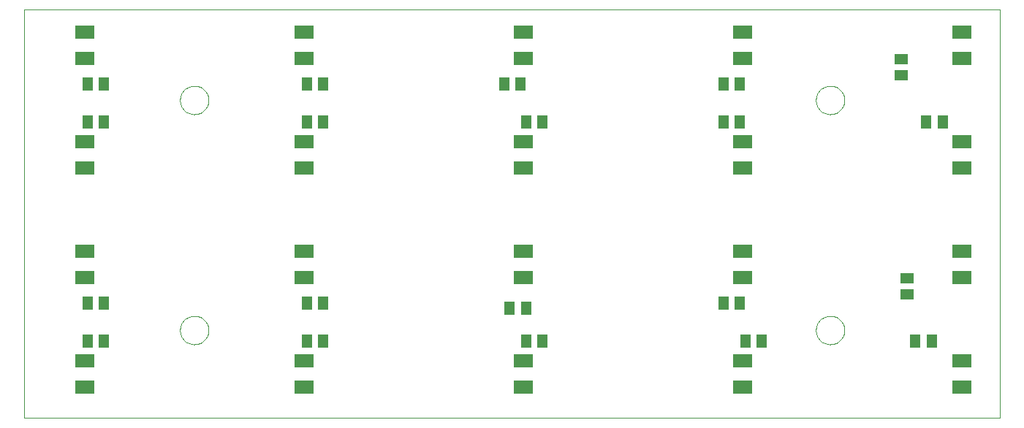
<source format=gbp>
G75*
G70*
%OFA0B0*%
%FSLAX24Y24*%
%IPPOS*%
%LPD*%
%AMOC8*
5,1,8,0,0,1.08239X$1,22.5*
%
%ADD10C,0.0000*%
%ADD11R,0.0512X0.0630*%
%ADD12R,0.0630X0.0512*%
%ADD13R,0.0866X0.0591*%
D10*
X000181Y000181D02*
X000181Y018801D01*
X044674Y018801D01*
X044674Y000181D01*
X000181Y000181D01*
X007281Y004181D02*
X007283Y004231D01*
X007289Y004281D01*
X007299Y004331D01*
X007312Y004379D01*
X007329Y004427D01*
X007350Y004473D01*
X007374Y004517D01*
X007402Y004559D01*
X007433Y004599D01*
X007467Y004636D01*
X007504Y004671D01*
X007543Y004702D01*
X007584Y004731D01*
X007628Y004756D01*
X007674Y004778D01*
X007721Y004796D01*
X007769Y004810D01*
X007818Y004821D01*
X007868Y004828D01*
X007918Y004831D01*
X007969Y004830D01*
X008019Y004825D01*
X008069Y004816D01*
X008117Y004804D01*
X008165Y004787D01*
X008211Y004767D01*
X008256Y004744D01*
X008299Y004717D01*
X008339Y004687D01*
X008377Y004654D01*
X008412Y004618D01*
X008445Y004579D01*
X008474Y004538D01*
X008500Y004495D01*
X008523Y004450D01*
X008542Y004403D01*
X008557Y004355D01*
X008569Y004306D01*
X008577Y004256D01*
X008581Y004206D01*
X008581Y004156D01*
X008577Y004106D01*
X008569Y004056D01*
X008557Y004007D01*
X008542Y003959D01*
X008523Y003912D01*
X008500Y003867D01*
X008474Y003824D01*
X008445Y003783D01*
X008412Y003744D01*
X008377Y003708D01*
X008339Y003675D01*
X008299Y003645D01*
X008256Y003618D01*
X008211Y003595D01*
X008165Y003575D01*
X008117Y003558D01*
X008069Y003546D01*
X008019Y003537D01*
X007969Y003532D01*
X007918Y003531D01*
X007868Y003534D01*
X007818Y003541D01*
X007769Y003552D01*
X007721Y003566D01*
X007674Y003584D01*
X007628Y003606D01*
X007584Y003631D01*
X007543Y003660D01*
X007504Y003691D01*
X007467Y003726D01*
X007433Y003763D01*
X007402Y003803D01*
X007374Y003845D01*
X007350Y003889D01*
X007329Y003935D01*
X007312Y003983D01*
X007299Y004031D01*
X007289Y004081D01*
X007283Y004131D01*
X007281Y004181D01*
X007281Y014681D02*
X007283Y014731D01*
X007289Y014781D01*
X007299Y014831D01*
X007312Y014879D01*
X007329Y014927D01*
X007350Y014973D01*
X007374Y015017D01*
X007402Y015059D01*
X007433Y015099D01*
X007467Y015136D01*
X007504Y015171D01*
X007543Y015202D01*
X007584Y015231D01*
X007628Y015256D01*
X007674Y015278D01*
X007721Y015296D01*
X007769Y015310D01*
X007818Y015321D01*
X007868Y015328D01*
X007918Y015331D01*
X007969Y015330D01*
X008019Y015325D01*
X008069Y015316D01*
X008117Y015304D01*
X008165Y015287D01*
X008211Y015267D01*
X008256Y015244D01*
X008299Y015217D01*
X008339Y015187D01*
X008377Y015154D01*
X008412Y015118D01*
X008445Y015079D01*
X008474Y015038D01*
X008500Y014995D01*
X008523Y014950D01*
X008542Y014903D01*
X008557Y014855D01*
X008569Y014806D01*
X008577Y014756D01*
X008581Y014706D01*
X008581Y014656D01*
X008577Y014606D01*
X008569Y014556D01*
X008557Y014507D01*
X008542Y014459D01*
X008523Y014412D01*
X008500Y014367D01*
X008474Y014324D01*
X008445Y014283D01*
X008412Y014244D01*
X008377Y014208D01*
X008339Y014175D01*
X008299Y014145D01*
X008256Y014118D01*
X008211Y014095D01*
X008165Y014075D01*
X008117Y014058D01*
X008069Y014046D01*
X008019Y014037D01*
X007969Y014032D01*
X007918Y014031D01*
X007868Y014034D01*
X007818Y014041D01*
X007769Y014052D01*
X007721Y014066D01*
X007674Y014084D01*
X007628Y014106D01*
X007584Y014131D01*
X007543Y014160D01*
X007504Y014191D01*
X007467Y014226D01*
X007433Y014263D01*
X007402Y014303D01*
X007374Y014345D01*
X007350Y014389D01*
X007329Y014435D01*
X007312Y014483D01*
X007299Y014531D01*
X007289Y014581D01*
X007283Y014631D01*
X007281Y014681D01*
X036281Y014681D02*
X036283Y014731D01*
X036289Y014781D01*
X036299Y014831D01*
X036312Y014879D01*
X036329Y014927D01*
X036350Y014973D01*
X036374Y015017D01*
X036402Y015059D01*
X036433Y015099D01*
X036467Y015136D01*
X036504Y015171D01*
X036543Y015202D01*
X036584Y015231D01*
X036628Y015256D01*
X036674Y015278D01*
X036721Y015296D01*
X036769Y015310D01*
X036818Y015321D01*
X036868Y015328D01*
X036918Y015331D01*
X036969Y015330D01*
X037019Y015325D01*
X037069Y015316D01*
X037117Y015304D01*
X037165Y015287D01*
X037211Y015267D01*
X037256Y015244D01*
X037299Y015217D01*
X037339Y015187D01*
X037377Y015154D01*
X037412Y015118D01*
X037445Y015079D01*
X037474Y015038D01*
X037500Y014995D01*
X037523Y014950D01*
X037542Y014903D01*
X037557Y014855D01*
X037569Y014806D01*
X037577Y014756D01*
X037581Y014706D01*
X037581Y014656D01*
X037577Y014606D01*
X037569Y014556D01*
X037557Y014507D01*
X037542Y014459D01*
X037523Y014412D01*
X037500Y014367D01*
X037474Y014324D01*
X037445Y014283D01*
X037412Y014244D01*
X037377Y014208D01*
X037339Y014175D01*
X037299Y014145D01*
X037256Y014118D01*
X037211Y014095D01*
X037165Y014075D01*
X037117Y014058D01*
X037069Y014046D01*
X037019Y014037D01*
X036969Y014032D01*
X036918Y014031D01*
X036868Y014034D01*
X036818Y014041D01*
X036769Y014052D01*
X036721Y014066D01*
X036674Y014084D01*
X036628Y014106D01*
X036584Y014131D01*
X036543Y014160D01*
X036504Y014191D01*
X036467Y014226D01*
X036433Y014263D01*
X036402Y014303D01*
X036374Y014345D01*
X036350Y014389D01*
X036329Y014435D01*
X036312Y014483D01*
X036299Y014531D01*
X036289Y014581D01*
X036283Y014631D01*
X036281Y014681D01*
X036281Y004181D02*
X036283Y004231D01*
X036289Y004281D01*
X036299Y004331D01*
X036312Y004379D01*
X036329Y004427D01*
X036350Y004473D01*
X036374Y004517D01*
X036402Y004559D01*
X036433Y004599D01*
X036467Y004636D01*
X036504Y004671D01*
X036543Y004702D01*
X036584Y004731D01*
X036628Y004756D01*
X036674Y004778D01*
X036721Y004796D01*
X036769Y004810D01*
X036818Y004821D01*
X036868Y004828D01*
X036918Y004831D01*
X036969Y004830D01*
X037019Y004825D01*
X037069Y004816D01*
X037117Y004804D01*
X037165Y004787D01*
X037211Y004767D01*
X037256Y004744D01*
X037299Y004717D01*
X037339Y004687D01*
X037377Y004654D01*
X037412Y004618D01*
X037445Y004579D01*
X037474Y004538D01*
X037500Y004495D01*
X037523Y004450D01*
X037542Y004403D01*
X037557Y004355D01*
X037569Y004306D01*
X037577Y004256D01*
X037581Y004206D01*
X037581Y004156D01*
X037577Y004106D01*
X037569Y004056D01*
X037557Y004007D01*
X037542Y003959D01*
X037523Y003912D01*
X037500Y003867D01*
X037474Y003824D01*
X037445Y003783D01*
X037412Y003744D01*
X037377Y003708D01*
X037339Y003675D01*
X037299Y003645D01*
X037256Y003618D01*
X037211Y003595D01*
X037165Y003575D01*
X037117Y003558D01*
X037069Y003546D01*
X037019Y003537D01*
X036969Y003532D01*
X036918Y003531D01*
X036868Y003534D01*
X036818Y003541D01*
X036769Y003552D01*
X036721Y003566D01*
X036674Y003584D01*
X036628Y003606D01*
X036584Y003631D01*
X036543Y003660D01*
X036504Y003691D01*
X036467Y003726D01*
X036433Y003763D01*
X036402Y003803D01*
X036374Y003845D01*
X036350Y003889D01*
X036329Y003935D01*
X036312Y003983D01*
X036299Y004031D01*
X036289Y004081D01*
X036283Y004131D01*
X036281Y004181D01*
D11*
X033805Y003681D03*
X033057Y003681D03*
X032805Y005431D03*
X032057Y005431D03*
X023805Y003681D03*
X023057Y003681D03*
X023055Y005181D03*
X022307Y005181D03*
X013805Y005431D03*
X013057Y005431D03*
X013057Y003681D03*
X013805Y003681D03*
X003805Y003681D03*
X003057Y003681D03*
X003057Y005431D03*
X003805Y005431D03*
X003805Y013681D03*
X003057Y013681D03*
X003057Y015431D03*
X003805Y015431D03*
X013057Y015431D03*
X013805Y015431D03*
X013805Y013681D03*
X013057Y013681D03*
X022057Y015431D03*
X022805Y015431D03*
X023057Y013681D03*
X023805Y013681D03*
X032057Y013681D03*
X032805Y013681D03*
X032805Y015431D03*
X032057Y015431D03*
X041307Y013681D03*
X042055Y013681D03*
X041555Y003681D03*
X040807Y003681D03*
D12*
X040431Y005807D03*
X040431Y006555D03*
X040181Y015807D03*
X040181Y016555D03*
D13*
X042931Y016571D03*
X042931Y017792D03*
X032931Y017792D03*
X032931Y016571D03*
X032931Y012792D03*
X032931Y011571D03*
X032931Y007792D03*
X032931Y006571D03*
X032931Y002792D03*
X032931Y001571D03*
X022931Y001571D03*
X022931Y002792D03*
X022931Y006571D03*
X022931Y007792D03*
X022931Y011571D03*
X022931Y012792D03*
X022931Y016571D03*
X022931Y017792D03*
X012931Y017792D03*
X012931Y016571D03*
X012931Y012792D03*
X012931Y011571D03*
X012931Y007792D03*
X012931Y006571D03*
X012931Y002792D03*
X012931Y001571D03*
X002931Y001571D03*
X002931Y002792D03*
X002931Y006571D03*
X002931Y007792D03*
X002931Y011571D03*
X002931Y012792D03*
X002931Y016571D03*
X002931Y017792D03*
X042931Y012792D03*
X042931Y011571D03*
X042931Y007792D03*
X042931Y006571D03*
X042931Y002792D03*
X042931Y001571D03*
M02*

</source>
